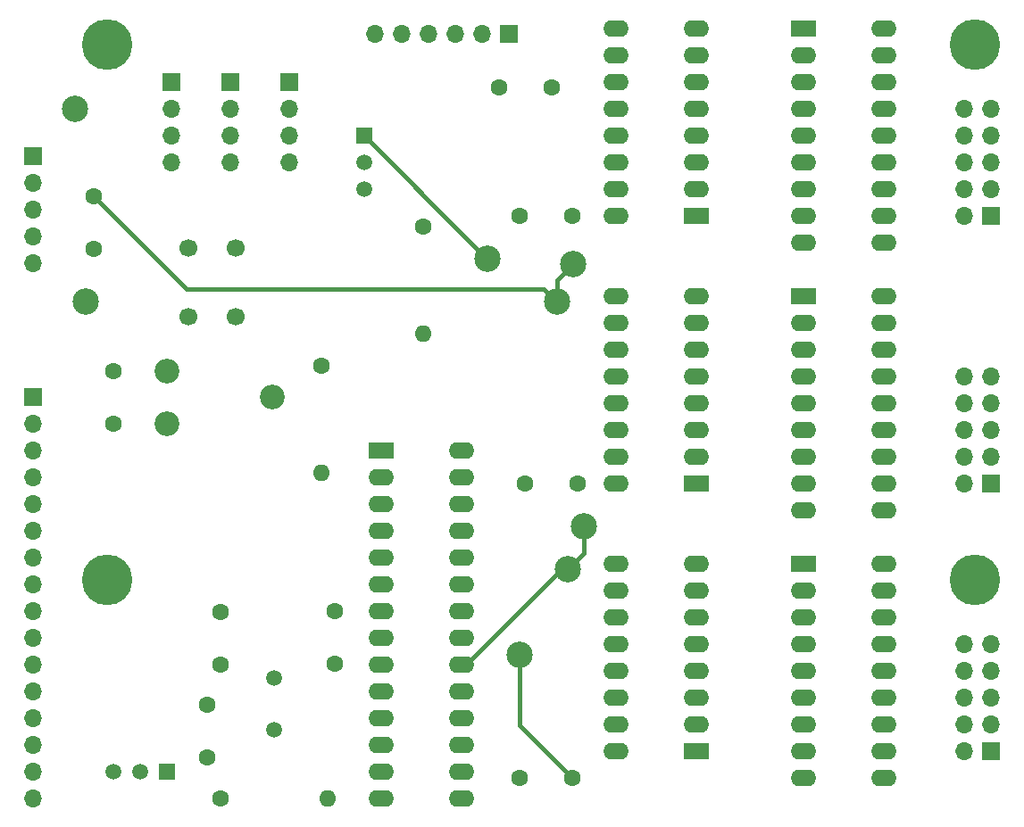
<source format=gbl>
G04 #@! TF.FileFunction,Copper,L2,Bot,Signal*
%FSLAX46Y46*%
G04 Gerber Fmt 4.6, Leading zero omitted, Abs format (unit mm)*
G04 Created by KiCad (PCBNEW 4.0.7) date 04/10/18 15:15:30*
%MOMM*%
%LPD*%
G01*
G04 APERTURE LIST*
%ADD10C,0.100000*%
%ADD11C,2.499360*%
%ADD12R,2.400000X1.600000*%
%ADD13O,2.400000X1.600000*%
%ADD14C,4.800000*%
%ADD15R,1.700000X1.700000*%
%ADD16O,1.700000X1.700000*%
%ADD17C,2.340000*%
%ADD18C,1.600000*%
%ADD19C,1.520000*%
%ADD20R,1.520000X1.520000*%
%ADD21O,1.600000X1.600000*%
%ADD22C,1.700000*%
%ADD23C,1.500000*%
%ADD24C,0.450000*%
G04 APERTURE END LIST*
D10*
D11*
X66548000Y-79248000D03*
X104648000Y-75184000D03*
X107696000Y-112776000D03*
D12*
X134620000Y-78740000D03*
D13*
X142240000Y-99060000D03*
X134620000Y-81280000D03*
X142240000Y-96520000D03*
X134620000Y-83820000D03*
X142240000Y-93980000D03*
X134620000Y-86360000D03*
X142240000Y-91440000D03*
X134620000Y-88900000D03*
X142240000Y-88900000D03*
X134620000Y-91440000D03*
X142240000Y-86360000D03*
X134620000Y-93980000D03*
X142240000Y-83820000D03*
X134620000Y-96520000D03*
X142240000Y-81280000D03*
X134620000Y-99060000D03*
X142240000Y-78740000D03*
D14*
X68580000Y-105664000D03*
X150876000Y-105664000D03*
X150876000Y-54864000D03*
D12*
X94615000Y-93345000D03*
D13*
X102235000Y-126365000D03*
X94615000Y-95885000D03*
X102235000Y-123825000D03*
X94615000Y-98425000D03*
X102235000Y-121285000D03*
X94615000Y-100965000D03*
X102235000Y-118745000D03*
X94615000Y-103505000D03*
X102235000Y-116205000D03*
X94615000Y-106045000D03*
X102235000Y-113665000D03*
X94615000Y-108585000D03*
X102235000Y-111125000D03*
X94615000Y-111125000D03*
X102235000Y-108585000D03*
X94615000Y-113665000D03*
X102235000Y-106045000D03*
X94615000Y-116205000D03*
X102235000Y-103505000D03*
X94615000Y-118745000D03*
X102235000Y-100965000D03*
X94615000Y-121285000D03*
X102235000Y-98425000D03*
X94615000Y-123825000D03*
X102235000Y-95885000D03*
X94615000Y-126365000D03*
X102235000Y-93345000D03*
D15*
X152400000Y-121920000D03*
D16*
X149860000Y-121920000D03*
X152400000Y-119380000D03*
X149860000Y-119380000D03*
X152400000Y-116840000D03*
X149860000Y-116840000D03*
X152400000Y-114300000D03*
X149860000Y-114300000D03*
X152400000Y-111760000D03*
X149860000Y-111760000D03*
D12*
X134620000Y-53340000D03*
D13*
X142240000Y-73660000D03*
X134620000Y-55880000D03*
X142240000Y-71120000D03*
X134620000Y-58420000D03*
X142240000Y-68580000D03*
X134620000Y-60960000D03*
X142240000Y-66040000D03*
X134620000Y-63500000D03*
X142240000Y-63500000D03*
X134620000Y-66040000D03*
X142240000Y-60960000D03*
X134620000Y-68580000D03*
X142240000Y-58420000D03*
X134620000Y-71120000D03*
X142240000Y-55880000D03*
X134620000Y-73660000D03*
X142240000Y-53340000D03*
D17*
X74295000Y-85805000D03*
X84295000Y-88305000D03*
X74295000Y-90805000D03*
D15*
X61595000Y-88265000D03*
D16*
X61595000Y-90805000D03*
X61595000Y-93345000D03*
X61595000Y-95885000D03*
X61595000Y-98425000D03*
X61595000Y-100965000D03*
X61595000Y-103505000D03*
X61595000Y-106045000D03*
X61595000Y-108585000D03*
X61595000Y-111125000D03*
X61595000Y-113665000D03*
X61595000Y-116205000D03*
X61595000Y-118745000D03*
X61595000Y-121285000D03*
X61595000Y-123825000D03*
X61595000Y-126365000D03*
D18*
X113204000Y-96520000D03*
X108204000Y-96520000D03*
X107696000Y-124460000D03*
X112696000Y-124460000D03*
D15*
X61595000Y-65405000D03*
D16*
X61595000Y-67945000D03*
X61595000Y-70485000D03*
X61595000Y-73025000D03*
X61595000Y-75565000D03*
D15*
X152400000Y-71120000D03*
D16*
X149860000Y-71120000D03*
X152400000Y-68580000D03*
X149860000Y-68580000D03*
X152400000Y-66040000D03*
X149860000Y-66040000D03*
X152400000Y-63500000D03*
X149860000Y-63500000D03*
X152400000Y-60960000D03*
X149860000Y-60960000D03*
D15*
X152400000Y-96520000D03*
D16*
X149860000Y-96520000D03*
X152400000Y-93980000D03*
X149860000Y-93980000D03*
X152400000Y-91440000D03*
X149860000Y-91440000D03*
X152400000Y-88900000D03*
X149860000Y-88900000D03*
X152400000Y-86360000D03*
X149860000Y-86360000D03*
D19*
X71755000Y-123825000D03*
X69215000Y-123825000D03*
D20*
X74295000Y-123825000D03*
D18*
X88900000Y-85344000D03*
D21*
X88900000Y-95504000D03*
D18*
X79375000Y-126365000D03*
D21*
X89535000Y-126365000D03*
D22*
X76272000Y-80668000D03*
X76272000Y-74168000D03*
X80772000Y-80668000D03*
X80772000Y-74168000D03*
D12*
X134620000Y-104140000D03*
D13*
X142240000Y-124460000D03*
X134620000Y-106680000D03*
X142240000Y-121920000D03*
X134620000Y-109220000D03*
X142240000Y-119380000D03*
X134620000Y-111760000D03*
X142240000Y-116840000D03*
X134620000Y-114300000D03*
X142240000Y-114300000D03*
X134620000Y-116840000D03*
X142240000Y-111760000D03*
X134620000Y-119380000D03*
X142240000Y-109220000D03*
X134620000Y-121920000D03*
X142240000Y-106680000D03*
X134620000Y-124460000D03*
X142240000Y-104140000D03*
D23*
X84455000Y-114935000D03*
X84455000Y-119815000D03*
D18*
X112696000Y-71120000D03*
X107696000Y-71120000D03*
X90170000Y-108585000D03*
X90170000Y-113585000D03*
X79375000Y-113665000D03*
X79375000Y-108665000D03*
X78105000Y-117475000D03*
X78105000Y-122475000D03*
X69215000Y-90805000D03*
X69215000Y-85805000D03*
D19*
X92964000Y-66040000D03*
X92964000Y-68580000D03*
D20*
X92964000Y-63500000D03*
D18*
X98552000Y-72136000D03*
D21*
X98552000Y-82296000D03*
D15*
X106680000Y-53848000D03*
D16*
X104140000Y-53848000D03*
X101600000Y-53848000D03*
X99060000Y-53848000D03*
X96520000Y-53848000D03*
X93980000Y-53848000D03*
D18*
X110744000Y-58928000D03*
X105744000Y-58928000D03*
X67310000Y-69215000D03*
X67310000Y-74215000D03*
D12*
X124460000Y-71120000D03*
D13*
X116840000Y-53340000D03*
X124460000Y-68580000D03*
X116840000Y-55880000D03*
X124460000Y-66040000D03*
X116840000Y-58420000D03*
X124460000Y-63500000D03*
X116840000Y-60960000D03*
X124460000Y-60960000D03*
X116840000Y-63500000D03*
X124460000Y-58420000D03*
X116840000Y-66040000D03*
X124460000Y-55880000D03*
X116840000Y-68580000D03*
X124460000Y-53340000D03*
X116840000Y-71120000D03*
D12*
X124460000Y-96520000D03*
D13*
X116840000Y-78740000D03*
X124460000Y-93980000D03*
X116840000Y-81280000D03*
X124460000Y-91440000D03*
X116840000Y-83820000D03*
X124460000Y-88900000D03*
X116840000Y-86360000D03*
X124460000Y-86360000D03*
X116840000Y-88900000D03*
X124460000Y-83820000D03*
X116840000Y-91440000D03*
X124460000Y-81280000D03*
X116840000Y-93980000D03*
X124460000Y-78740000D03*
X116840000Y-96520000D03*
D12*
X124460000Y-121920000D03*
D13*
X116840000Y-104140000D03*
X124460000Y-119380000D03*
X116840000Y-106680000D03*
X124460000Y-116840000D03*
X116840000Y-109220000D03*
X124460000Y-114300000D03*
X116840000Y-111760000D03*
X124460000Y-111760000D03*
X116840000Y-114300000D03*
X124460000Y-109220000D03*
X116840000Y-116840000D03*
X124460000Y-106680000D03*
X116840000Y-119380000D03*
X124460000Y-104140000D03*
X116840000Y-121920000D03*
D15*
X74676000Y-58420000D03*
D16*
X74676000Y-60960000D03*
X74676000Y-63500000D03*
X74676000Y-66040000D03*
D15*
X85852000Y-58420000D03*
D16*
X85852000Y-60960000D03*
X85852000Y-63500000D03*
X85852000Y-66040000D03*
D15*
X80264000Y-58420000D03*
D16*
X80264000Y-60960000D03*
X80264000Y-63500000D03*
X80264000Y-66040000D03*
D11*
X65532000Y-60960000D03*
X112776000Y-75692000D03*
X111252000Y-79248000D03*
X113792000Y-100584000D03*
X112268000Y-104648000D03*
D14*
X68580000Y-54864000D03*
D24*
X104648000Y-75184000D02*
X103398321Y-73934321D01*
X103398321Y-73934321D02*
X92964000Y-63500000D01*
X107696000Y-112776000D02*
X107696000Y-119460000D01*
X107696000Y-119460000D02*
X112696000Y-124460000D01*
X111252000Y-79248000D02*
X110002321Y-77998321D01*
X110002321Y-77998321D02*
X76093321Y-77998321D01*
X76093321Y-77998321D02*
X68109999Y-70014999D01*
X68109999Y-70014999D02*
X67310000Y-69215000D01*
X112268000Y-104648000D02*
X113792000Y-103124000D01*
X113792000Y-103124000D02*
X113792000Y-100584000D01*
X102235000Y-113665000D02*
X102635000Y-113665000D01*
X111652000Y-104648000D02*
X112268000Y-104648000D01*
X102635000Y-113665000D02*
X111652000Y-104648000D01*
X112776000Y-75692000D02*
X111252000Y-77216000D01*
X111252000Y-77216000D02*
X111252000Y-79248000D01*
M02*

</source>
